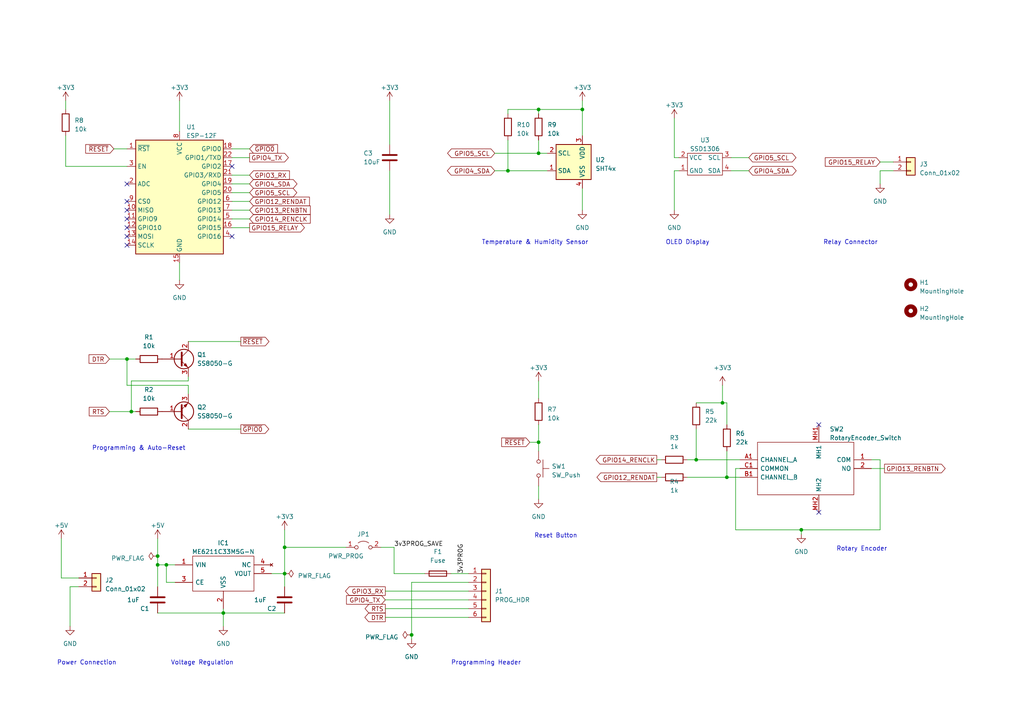
<source format=kicad_sch>
(kicad_sch (version 20230121) (generator eeschema)
  (paper "A4")
  (title_block (title "Thermostate Front Module") (date "2023-04-30") (rev "0.5") (company "chof.org"))
  (lib_symbols
    (symbol "Cho747 Displays:SSD1306"
      (property "Reference" "U" (at 0 0 0))
      (property "Value" "SSD1306" (at 0 0 0))
      (symbol "SSD1306_0_1"
        (rectangle (start -5.08 7.62) (end 5.08 1.27))
      )
      (symbol "SSD1306_1_1"
        (pin power_in line (at -7.62 2.54 0) (length 2.54) (name "GND") (number "1"))
        (pin power_in line (at -7.62 6.35 0) (length 2.54) (name "VCC") (number "2"))
        (pin passive line (at 7.62 6.35 180) (length 2.54) (name "SCL") (number "3"))
        (pin passive line (at 7.62 2.54 180) (length 2.54) (name "SDA") (number "4"))
      )
    )
    (symbol "Chof747 Controls:PEC12R-3120F-S0012" (pin_names (offset 0.762))
      (property "Reference" "U" (at 21.59 15.24 0))
      (property "Value" "PEC12R-3120F-S0012" (at 21.59 12.7 0))
      (symbol "PEC12R-3120F-S0012_0_0"
        (pin passive line (at 10.16 15.24 270) (length 5.08) (name "COM") (number "1"))
        (pin passive line (at 12.7 15.24 270) (length 5.08) (name "NO") (number "2"))
        (pin passive line (at 10.16 -22.86 90) (length 5.08) (name "CHANNEL_A") (number "A1"))
        (pin passive line (at 15.24 -22.86 90) (length 5.08) (name "CHANNEL_B") (number "B1"))
        (pin passive line (at 12.7 -22.86 90) (length 5.08) (name "COMMON") (number "C1"))
        (pin passive line (at 0 0 0) (length 5.08) (name "MH1") (number "MH1"))
        (pin passive line (at 25.4 0 180) (length 5.08) (name "MH2") (number "MH2"))
      )
      (symbol "PEC12R-3120F-S0012_0_1"
        (polyline (pts (xy 5.08 10.16) (xy 20.32 10.16) (xy 20.32 -17.78) (xy 5.08 -17.78) (xy 5.08 10.16)) (stroke (width 0.1524)))
      )
    )
    (symbol "Chof747 Voltage Regulators:ME6211C33M5G-N" (pin_names (offset 0.762))
      (property "Reference" "IC" (at 24.13 7.62 0))
      (property "Value" "ME6211C33M5G-N" (at 24.13 5.08 0))
      (symbol "ME6211C33M5G-N_0_0"
        (pin passive line (at 0 0 0) (length 5.08) (name "VIN") (number "1"))
        (pin passive line (at 13.97 -12.7 90) (length 5.08) (name "VSS") (number "2"))
        (pin passive line (at 0 -5.08 0) (length 5.08) (name "CE") (number "3"))
        (pin no_connect line (at 27.94 0 180) (length 5.08) (name "NC") (number "4"))
        (pin passive line (at 27.94 -2.54 180) (length 5.08) (name "VOUT") (number "5"))
      )
      (symbol "ME6211C33M5G-N_0_1"
        (polyline (pts (xy 5.08 2.54) (xy 22.86 2.54) (xy 22.86 -7.62) (xy 5.08 -7.62) (xy 5.08 2.54)) (stroke (width 0.1524)))
      )
    )
    (symbol "Connector_Generic:Conn_01x02" (pin_names (offset 1.016) hide)
      (property "Reference" "J" (at 0 2.54 0))
      (property "Value" "Conn_01x02" (at 0 -5.08 0))
      (symbol "Conn_01x02_1_1"
        (rectangle (start -1.27 -2.413) (end 0 -2.667) (stroke (width 0.1524)))
        (rectangle (start -1.27 0.127) (end 0 -0.127) (stroke (width 0.1524)))
        (rectangle (start -1.27 1.27) (end 1.27 -3.81) (stroke (width 0.254)) (fill (type background)))
        (pin passive line (at -5.08 0 0) (length 3.81) (name "Pin_1") (number "1"))
        (pin passive line (at -5.08 -2.54 0) (length 3.81) (name "Pin_2") (number "2"))
      )
    )
    (symbol "Connector_Generic:Conn_01x06" (pin_names (offset 1.016) hide)
      (property "Reference" "J" (at 0 7.62 0))
      (property "Value" "Conn_01x06" (at 0 -10.16 0))
      (symbol "Conn_01x06_1_1"
        (rectangle (start -1.27 -7.493) (end 0 -7.747) (stroke (width 0.1524)))
        (rectangle (start -1.27 -4.953) (end 0 -5.207) (stroke (width 0.1524)))
        (rectangle (start -1.27 -2.413) (end 0 -2.667) (stroke (width 0.1524)))
        (rectangle (start -1.27 0.127) (end 0 -0.127) (stroke (width 0.1524)))
        (rectangle (start -1.27 2.667) (end 0 2.413) (stroke (width 0.1524)))
        (rectangle (start -1.27 5.207) (end 0 4.953) (stroke (width 0.1524)))
        (rectangle (start -1.27 6.35) (end 1.27 -8.89) (stroke (width 0.254)) (fill (type background)))
        (pin passive line (at -5.08 5.08 0) (length 3.81) (name "Pin_1") (number "1"))
        (pin passive line (at -5.08 2.54 0) (length 3.81) (name "Pin_2") (number "2"))
        (pin passive line (at -5.08 0 0) (length 3.81) (name "Pin_3") (number "3"))
        (pin passive line (at -5.08 -2.54 0) (length 3.81) (name "Pin_4") (number "4"))
        (pin passive line (at -5.08 -5.08 0) (length 3.81) (name "Pin_5") (number "5"))
        (pin passive line (at -5.08 -7.62 0) (length 3.81) (name "Pin_6") (number "6"))
      )
    )
    (symbol "Device:C" (pin_numbers hide) (pin_names (offset 0.254))
      (property "Reference" "C" (at 0.635 2.54 0))
      (property "Value" "C" (at 0.635 -2.54 0))
      (symbol "C_0_1"
        (polyline (pts (xy -2.032 -0.762) (xy 2.032 -0.762)) (stroke (width 0.508)))
        (polyline (pts (xy -2.032 0.762) (xy 2.032 0.762)) (stroke (width 0.508)))
      )
      (symbol "C_1_1"
        (pin passive line (at 0 3.81 270) (length 2.794) (name "~") (number "1"))
        (pin passive line (at 0 -3.81 90) (length 2.794) (name "~") (number "2"))
      )
    )
    (symbol "Device:Fuse" (pin_numbers hide) (pin_names (offset 0))
      (property "Reference" "F" (at 2.032 0 90))
      (property "Value" "Fuse" (at -1.905 0 90))
      (symbol "Fuse_0_1"
        (rectangle (start -0.762 -2.54) (end 0.762 2.54) (stroke (width 0.254)))
        (polyline (pts (xy 0 2.54) (xy 0 -2.54)))
      )
      (symbol "Fuse_1_1"
        (pin passive line (at 0 3.81 270) (length 1.27) (name "~") (number "1"))
        (pin passive line (at 0 -3.81 90) (length 1.27) (name "~") (number "2"))
      )
    )
    (symbol "Device:Q_NPN_BCE" (pin_names (offset 0) hide)
      (property "Reference" "Q" (at 5.08 1.27 0))
      (property "Value" "Q_NPN_BCE" (at 5.08 -1.27 0))
      (symbol "Q_NPN_BCE_0_1"
        (polyline (pts (xy 0.635 0.635) (xy 2.54 2.54)))
        (polyline (pts (xy 0.635 -0.635) (xy 2.54 -2.54) (xy 2.54 -2.54)))
        (polyline (pts (xy 0.635 1.905) (xy 0.635 -1.905) (xy 0.635 -1.905)) (stroke (width 0.508)))
        (polyline (pts (xy 1.27 -1.778) (xy 1.778 -1.27) (xy 2.286 -2.286) (xy 1.27 -1.778) (xy 1.27 -1.778)) (fill (type outline)))
        (circle (center 1.27 0) (radius 2.8194) (stroke (width 0.254)))
      )
      (symbol "Q_NPN_BCE_1_1"
        (pin input line (at -5.08 0 0) (length 5.715) (name "B") (number "1"))
        (pin passive line (at 2.54 5.08 270) (length 2.54) (name "C") (number "2"))
        (pin passive line (at 2.54 -5.08 90) (length 2.54) (name "E") (number "3"))
      )
    )
    (symbol "Device:R" (pin_numbers hide) (pin_names (offset 0))
      (property "Reference" "R" (at 2.032 0 90))
      (property "Value" "R" (at 0 0 90))
      (symbol "R_0_1"
        (rectangle (start -1.016 -2.54) (end 1.016 2.54) (stroke (width 0.254)))
      )
      (symbol "R_1_1"
        (pin passive line (at 0 3.81 270) (length 1.27) (name "~") (number "1"))
        (pin passive line (at 0 -3.81 90) (length 1.27) (name "~") (number "2"))
      )
    )
    (symbol "Jumper:Jumper_2_Open" (pin_names (offset 0) hide)
      (property "Reference" "JP" (at 0 2.794 0))
      (property "Value" "Jumper_2_Open" (at 0 -2.286 0))
      (symbol "Jumper_2_Open_0_0"
        (circle (center -2.032 0) (radius 0.508))
        (circle (center 2.032 0) (radius 0.508))
      )
      (symbol "Jumper_2_Open_0_1"
        (arc (start 1.524 1.27) (mid 0 1.778) (end -1.524 1.27))
      )
      (symbol "Jumper_2_Open_1_1"
        (pin passive line (at -5.08 0 0) (length 2.54) (name "A") (number "1"))
        (pin passive line (at 5.08 0 180) (length 2.54) (name "B") (number "2"))
      )
    )
    (symbol "Mechanical:MountingHole" (pin_names (offset 1.016))
      (property "Reference" "H" (at 0 5.08 0))
      (property "Value" "MountingHole" (at 0 3.175 0))
      (symbol "MountingHole_0_1"
        (circle (center 0 0) (radius 1.27) (stroke (width 1.27)))
      )
    )
    (symbol "RF_Module:ESP-12F"
      (property "Reference" "U" (at -12.7 19.05 0))
      (property "Value" "ESP-12F" (at 12.7 19.05 0))
      (symbol "ESP-12F_0_1"
        (rectangle (start -12.7 17.78) (end 12.7 -15.24) (stroke (width 0.254)) (fill (type background)))
      )
      (symbol "ESP-12F_1_1"
        (pin input line (at -15.24 15.24 0) (length 2.54) (name "~{RST}") (number "1"))
        (pin bidirectional line (at -15.24 -2.54 0) (length 2.54) (name "MISO") (number "10"))
        (pin bidirectional line (at -15.24 -5.08 0) (length 2.54) (name "GPIO9") (number "11"))
        (pin bidirectional line (at -15.24 -7.62 0) (length 2.54) (name "GPIO10") (number "12"))
        (pin bidirectional line (at -15.24 -10.16 0) (length 2.54) (name "MOSI") (number "13"))
        (pin bidirectional line (at -15.24 -12.7 0) (length 2.54) (name "SCLK") (number "14"))
        (pin power_in line (at 0 -17.78 90) (length 2.54) (name "GND") (number "15"))
        (pin bidirectional line (at 15.24 -7.62 180) (length 2.54) (name "GPIO15") (number "16"))
        (pin bidirectional line (at 15.24 10.16 180) (length 2.54) (name "GPIO2") (number "17"))
        (pin bidirectional line (at 15.24 15.24 180) (length 2.54) (name "GPIO0") (number "18"))
        (pin bidirectional line (at 15.24 5.08 180) (length 2.54) (name "GPIO4") (number "19"))
        (pin input line (at -15.24 5.08 0) (length 2.54) (name "ADC") (number "2"))
        (pin bidirectional line (at 15.24 2.54 180) (length 2.54) (name "GPIO5") (number "20"))
        (pin bidirectional line (at 15.24 7.62 180) (length 2.54) (name "GPIO3/RXD") (number "21"))
        (pin bidirectional line (at 15.24 12.7 180) (length 2.54) (name "GPIO1/TXD") (number "22"))
        (pin input line (at -15.24 10.16 0) (length 2.54) (name "EN") (number "3"))
        (pin bidirectional line (at 15.24 -10.16 180) (length 2.54) (name "GPIO16") (number "4"))
        (pin bidirectional line (at 15.24 -5.08 180) (length 2.54) (name "GPIO14") (number "5"))
        (pin bidirectional line (at 15.24 0 180) (length 2.54) (name "GPIO12") (number "6"))
        (pin bidirectional line (at 15.24 -2.54 180) (length 2.54) (name "GPIO13") (number "7"))
        (pin power_in line (at 0 20.32 270) (length 2.54) (name "VCC") (number "8"))
        (pin input line (at -15.24 0 0) (length 2.54) (name "CS0") (number "9"))
      )
    )
    (symbol "Sensor_Humidity:SHT4x"
      (property "Reference" "U" (at 0 8.89 0))
      (property "Value" "SHT4x" (at 0 6.35 0))
      (symbol "SHT4x_1_1"
        (rectangle (start -5.08 5.08) (end 5.08 -5.08) (stroke (width 0.254)) (fill (type background)))
        (pin bidirectional line (at -7.62 -2.54 0) (length 2.54) (name "SDA") (number "1"))
        (pin input line (at -7.62 2.54 0) (length 2.54) (name "SCL") (number "2"))
        (pin power_in line (at 2.54 7.62 270) (length 2.54) (name "VDD") (number "3"))
        (pin power_in line (at 2.54 -7.62 90) (length 2.54) (name "VSS") (number "4"))
      )
    )
    (symbol "Switch:SW_Push" (pin_numbers hide) (pin_names (offset 1.016) hide)
      (property "Reference" "SW" (at 1.27 2.54 0))
      (property "Value" "SW_Push" (at 0 -1.524 0))
      (symbol "SW_Push_0_1"
        (circle (center -2.032 0) (radius 0.508))
        (polyline (pts (xy 0 1.27) (xy 0 3.048)))
        (polyline (pts (xy 2.54 1.27) (xy -2.54 1.27)))
        (circle (center 2.032 0) (radius 0.508))
        (pin passive line (at -5.08 0 0) (length 2.54) (name "1") (number "1"))
        (pin passive line (at 5.08 0 180) (length 2.54) (name "2") (number "2"))
      )
    )
    (symbol "power:+3V3" (power) (pin_names (offset 0))
      (property "Value" "+3V3" (at 0 3.556 0))
      (symbol "+3V3_0_1"
        (polyline (pts (xy -0.762 1.27) (xy 0 2.54)))
        (polyline (pts (xy 0 0) (xy 0 2.54)))
        (polyline (pts (xy 0 2.54) (xy 0.762 1.27)))
      )
      (symbol "+3V3_1_1"
        (pin power_in line (at 0 0 90) (length 0) hide (name "+3V3") (number "1"))
      )
    )
    (symbol "power:+5V" (power) (pin_names (offset 0))
      (property "Value" "+5V" (at 0 3.556 0))
      (symbol "+5V_0_1"
        (polyline (pts (xy -0.762 1.27) (xy 0 2.54)))
        (polyline (pts (xy 0 0) (xy 0 2.54)))
        (polyline (pts (xy 0 2.54) (xy 0.762 1.27)))
      )
      (symbol "+5V_1_1"
        (pin power_in line (at 0 0 90) (length 0) hide (name "+5V") (number "1"))
      )
    )
    (symbol "power:GND" (power) (pin_names (offset 0))
      (property "Value" "GND" (at 0 -3.81 0))
      (symbol "GND_0_1"
        (polyline (pts (xy 0 0) (xy 0 -1.27) (xy 1.27 -1.27) (xy 0 -2.54) (xy -1.27 -1.27) (xy 0 -1.27)))
      )
      (symbol "GND_1_1"
        (pin power_in line (at 0 0 270) (length 0) hide (name "GND") (number "1"))
      )
    )
    (symbol "power:PWR_FLAG" (power) (pin_numbers hide) (pin_names (offset 0) hide)
      (property "Value" "PWR_FLAG" (at 0 3.81 0))
      (symbol "PWR_FLAG_0_0"
        (pin power_out line (at 0 0 90) (length 0) (name "pwr") (number "1"))
      )
      (symbol "PWR_FLAG_0_1"
        (polyline (pts (xy 0 0) (xy 0 1.27) (xy -1.016 1.905) (xy 0 2.54) (xy 1.016 1.905) (xy 0 1.27)))
      )
    )
  )
  (junction (at 156.21 44.45))
  (junction (at 210.82 138.43))
  (junction (at 38.1 119.38))
  (junction (at 82.55 166.37))
  (junction (at 232.41 153.67))
  (junction (at 209.55 116.84))
  (junction (at 168.91 31.75))
  (junction (at 36.83 104.14))
  (junction (at 147.32 49.53))
  (junction (at 119.38 184.15))
  (junction (at 64.77 177.8))
  (junction (at 48.26 163.83))
  (junction (at 156.21 31.75))
  (junction (at 156.21 128.27))
  (junction (at 45.72 163.83))
  (junction (at 201.93 133.35))
  (junction (at 45.72 161.29))
  (junction (at 82.55 158.75))
  (no_connect (at 36.83 53.34))
  (no_connect (at 67.31 68.58))
  (no_connect (at 237.49 123.19))
  (no_connect (at 36.83 71.12))
  (no_connect (at 36.83 58.42))
  (no_connect (at 36.83 68.58))
  (no_connect (at 237.49 148.59))
  (no_connect (at 67.31 48.26))
  (no_connect (at 36.83 63.5))
  (no_connect (at 36.83 66.04))
  (no_connect (at 36.83 60.96))
  (wire (pts (xy 259.08 49.53) (xy 255.27 49.53)))
  (wire (pts (xy 19.05 31.75) (xy 19.05 29.21)))
  (wire (pts (xy 156.21 110.49) (xy 156.21 115.57)))
  (wire (pts (xy 82.55 166.37) (xy 82.55 170.18)))
  (wire (pts (xy 156.21 40.64) (xy 156.21 44.45)))
  (wire (pts (xy 195.58 45.72) (xy 195.58 34.29)))
  (wire (pts (xy 196.85 45.72) (xy 195.58 45.72)))
  (wire (pts (xy 147.32 40.64) (xy 147.32 49.53)))
  (wire (pts (xy 147.32 31.75) (xy 147.32 33.02)))
  (wire (pts (xy 213.36 153.67) (xy 232.41 153.67)))
  (wire (pts (xy 114.3 158.75) (xy 114.3 166.37)))
  (wire (pts (xy 38.1 110.49) (xy 54.61 110.49)))
  (wire (pts (xy 64.77 176.53) (xy 64.77 177.8)))
  (wire (pts (xy 36.83 111.76) (xy 54.61 111.76)))
  (wire (pts (xy 232.41 154.94) (xy 232.41 153.67)))
  (wire (pts (xy 67.31 43.18) (xy 72.39 43.18)))
  (wire (pts (xy 111.76 176.53) (xy 135.89 176.53)))
  (wire (pts (xy 38.1 110.49) (xy 38.1 119.38)))
  (wire (pts (xy 67.31 55.88) (xy 72.39 55.88)))
  (wire (pts (xy 48.26 168.91) (xy 48.26 163.83)))
  (wire (pts (xy 210.82 130.81) (xy 210.82 138.43)))
  (wire (pts (xy 147.32 49.53) (xy 158.75 49.53)))
  (wire (pts (xy 190.5 133.35) (xy 191.77 133.35)))
  (wire (pts (xy 210.82 138.43) (xy 214.63 138.43)))
  (wire (pts (xy 78.74 166.37) (xy 82.55 166.37)))
  (wire (pts (xy 119.38 168.91) (xy 119.38 184.15)))
  (wire (pts (xy 156.21 44.45) (xy 158.75 44.45)))
  (wire (pts (xy 33.02 43.18) (xy 36.83 43.18)))
  (wire (pts (xy 212.09 49.53) (xy 217.17 49.53)))
  (wire (pts (xy 255.27 46.99) (xy 259.08 46.99)))
  (wire (pts (xy 156.21 31.75) (xy 147.32 31.75)))
  (wire (pts (xy 210.82 116.84) (xy 209.55 116.84)))
  (wire (pts (xy 114.3 166.37) (xy 123.19 166.37)))
  (wire (pts (xy 67.31 66.04) (xy 72.39 66.04)))
  (wire (pts (xy 143.51 49.53) (xy 147.32 49.53)))
  (wire (pts (xy 67.31 63.5) (xy 72.39 63.5)))
  (wire (pts (xy 252.73 133.35) (xy 255.27 133.35)))
  (wire (pts (xy 143.51 44.45) (xy 156.21 44.45)))
  (wire (pts (xy 111.76 171.45) (xy 135.89 171.45)))
  (wire (pts (xy 19.05 39.37) (xy 19.05 48.26)))
  (wire (pts (xy 54.61 99.06) (xy 69.85 99.06)))
  (wire (pts (xy 54.61 111.76) (xy 54.61 114.3)))
  (wire (pts (xy 214.63 135.89) (xy 213.36 135.89)))
  (wire (pts (xy 45.72 163.83) (xy 48.26 163.83)))
  (wire (pts (xy 31.75 104.14) (xy 36.83 104.14)))
  (wire (pts (xy 48.26 163.83) (xy 50.8 163.83)))
  (wire (pts (xy 111.76 179.07) (xy 135.89 179.07)))
  (wire (pts (xy 156.21 128.27) (xy 156.21 130.81)))
  (wire (pts (xy 19.05 48.26) (xy 36.83 48.26)))
  (wire (pts (xy 190.5 138.43) (xy 191.77 138.43)))
  (wire (pts (xy 168.91 29.21) (xy 168.91 31.75)))
  (wire (pts (xy 22.86 170.18) (xy 20.32 170.18)))
  (wire (pts (xy 130.81 166.37) (xy 135.89 166.37)))
  (wire (pts (xy 52.07 29.21) (xy 52.07 38.1)))
  (wire (pts (xy 17.78 167.64) (xy 22.86 167.64)))
  (wire (pts (xy 199.39 133.35) (xy 201.93 133.35)))
  (wire (pts (xy 213.36 135.89) (xy 213.36 153.67)))
  (wire (pts (xy 45.72 177.8) (xy 64.77 177.8)))
  (wire (pts (xy 252.73 135.89) (xy 256.54 135.89)))
  (wire (pts (xy 209.55 111.76) (xy 209.55 116.84)))
  (wire (pts (xy 67.31 53.34) (xy 72.39 53.34)))
  (wire (pts (xy 52.07 76.2) (xy 52.07 81.28)))
  (wire (pts (xy 36.83 104.14) (xy 36.83 111.76)))
  (wire (pts (xy 199.39 138.43) (xy 210.82 138.43)))
  (wire (pts (xy 67.31 50.8) (xy 72.39 50.8)))
  (wire (pts (xy 195.58 49.53) (xy 195.58 60.96)))
  (wire (pts (xy 255.27 153.67) (xy 255.27 133.35)))
  (wire (pts (xy 31.75 119.38) (xy 38.1 119.38)))
  (wire (pts (xy 67.31 60.96) (xy 72.39 60.96)))
  (wire (pts (xy 201.93 133.35) (xy 214.63 133.35)))
  (wire (pts (xy 82.55 158.75) (xy 82.55 166.37)))
  (wire (pts (xy 54.61 109.22) (xy 54.61 110.49)))
  (wire (pts (xy 111.76 173.99) (xy 135.89 173.99)))
  (wire (pts (xy 45.72 156.21) (xy 45.72 161.29)))
  (wire (pts (xy 255.27 49.53) (xy 255.27 53.34)))
  (wire (pts (xy 36.83 104.14) (xy 39.37 104.14)))
  (wire (pts (xy 201.93 124.46) (xy 201.93 133.35)))
  (wire (pts (xy 50.8 168.91) (xy 48.26 168.91)))
  (wire (pts (xy 156.21 31.75) (xy 156.21 33.02)))
  (wire (pts (xy 113.03 49.53) (xy 113.03 62.23)))
  (wire (pts (xy 168.91 54.61) (xy 168.91 60.96)))
  (wire (pts (xy 54.61 124.46) (xy 69.85 124.46)))
  (wire (pts (xy 156.21 140.97) (xy 156.21 144.78)))
  (wire (pts (xy 255.27 153.67) (xy 232.41 153.67)))
  (wire (pts (xy 153.67 128.27) (xy 156.21 128.27)))
  (wire (pts (xy 196.85 49.53) (xy 195.58 49.53)))
  (wire (pts (xy 45.72 163.83) (xy 45.72 170.18)))
  (wire (pts (xy 64.77 177.8) (xy 64.77 181.61)))
  (wire (pts (xy 156.21 123.19) (xy 156.21 128.27)))
  (wire (pts (xy 67.31 45.72) (xy 72.39 45.72)))
  (wire (pts (xy 119.38 184.15) (xy 119.38 185.42)))
  (wire (pts (xy 82.55 153.67) (xy 82.55 158.75)))
  (wire (pts (xy 20.32 170.18) (xy 20.32 181.61)))
  (wire (pts (xy 168.91 31.75) (xy 168.91 39.37)))
  (wire (pts (xy 82.55 158.75) (xy 100.33 158.75)))
  (wire (pts (xy 168.91 31.75) (xy 156.21 31.75)))
  (wire (pts (xy 38.1 119.38) (xy 39.37 119.38)))
  (wire (pts (xy 210.82 123.19) (xy 210.82 116.84)))
  (wire (pts (xy 45.72 161.29) (xy 45.72 163.83)))
  (wire (pts (xy 113.03 29.21) (xy 113.03 41.91)))
  (wire (pts (xy 119.38 168.91) (xy 135.89 168.91)))
  (wire (pts (xy 114.3 158.75) (xy 110.49 158.75)))
  (wire (pts (xy 212.09 45.72) (xy 217.17 45.72)))
  (wire (pts (xy 17.78 156.21) (xy 17.78 167.64)))
  (wire (pts (xy 64.77 177.8) (xy 82.55 177.8)))
  (wire (pts (xy 67.31 58.42) (xy 72.39 58.42)))
  (wire (pts (xy 209.55 116.84) (xy 201.93 116.84)))
  (text "Temperature & Humidity Sensor" (at 139.7 71.12 0) (effects (font (size 1.27 1.27)) (justify left bottom)))
  (text "Voltage Regulation" (at 49.53 193.04 0) (effects (font (size 1.27 1.27)) (justify left bottom)))
  (text "Programming Header" (at 130.81 193.04 0) (effects (font (size 1.27 1.27)) (justify left bottom)))
  (text "OLED Display" (at 193.04 71.12 0) (effects (font (size 1.27 1.27)) (justify left bottom)))
  (text "Power Connection" (at 16.51 193.04 0) (effects (font (size 1.27 1.27)) (justify left bottom)))
  (text "Reset Button" (at 154.94 156.21 0) (effects (font (size 1.27 1.27)) (justify left bottom)))
  (text "Rotary Encoder" (at 242.57 160.02 0) (effects (font (size 1.27 1.27)) (justify left bottom)))
  (text "Programming & Auto-Reset" (at 26.67 130.81 0) (effects (font (size 1.27 1.27)) (justify left bottom)))
  (text "Relay Connector" (at 238.76 71.12 0) (effects (font (size 1.27 1.27)) (justify left bottom)))
  (label "3v3PROG_SAVE" (at 114.3 158.75 0))
  (label "3v3PROG" (at 134.62 166.37 90))
  (global_label "~{RESET}" (shape input) (at 33.02 43.18 180) (property "Intersheetrefs" "${INTERSHEET_REFS}" (effects hide)))
  (global_label "~{RESET}" (shape input) (at 153.67 128.27 180) (property "Intersheetrefs" "${INTERSHEET_REFS}" (effects hide)))
  (global_label "RTS" (shape input) (at 31.75 119.38 180) (property "Intersheetrefs" "${INTERSHEET_REFS}" (effects hide)))
  (global_label "DTR" (shape input) (at 31.75 104.14 180) (property "Intersheetrefs" "${INTERSHEET_REFS}" (effects hide)))
  (global_label "GPIO14_RENCLK" (shape output) (at 190.5 133.35 180) (property "Intersheetrefs" "${INTERSHEET_REFS}" (effects hide)))
  (global_label "GPIO13_RENBTN" (shape input) (at 72.39 60.96 0) (property "Intersheetrefs" "${INTERSHEET_REFS}" (effects hide)))
  (global_label "~{RESET}" (shape output) (at 69.85 99.06 0) (property "Intersheetrefs" "${INTERSHEET_REFS}" (effects hide)))
  (global_label "DTR" (shape output) (at 111.76 179.07 180) (property "Intersheetrefs" "${INTERSHEET_REFS}" (effects hide)))
  (global_label "GPIO4_SDA" (shape bidirectional) (at 72.39 53.34 0) (property "Intersheetrefs" "${INTERSHEET_REFS}" (effects hide)))
  (global_label "~{GPIO0}" (shape output) (at 69.85 124.46 0) (property "Intersheetrefs" "${INTERSHEET_REFS}" (effects hide)))
  (global_label "GPIO4_SDA" (shape bidirectional) (at 143.51 49.53 180) (property "Intersheetrefs" "${INTERSHEET_REFS}" (effects hide)))
  (global_label "GPIO3_RX" (shape output) (at 111.76 171.45 180) (property "Intersheetrefs" "${INTERSHEET_REFS}" (effects hide)))
  (global_label "~{GPIO0}" (shape input) (at 72.39 43.18 0) (property "Intersheetrefs" "${INTERSHEET_REFS}" (effects hide)))
  (global_label "GPIO3_RX" (shape input) (at 72.39 50.8 0) (property "Intersheetrefs" "${INTERSHEET_REFS}" (effects hide)))
  (global_label "GPIO4_TX" (shape input) (at 111.76 173.99 180) (property "Intersheetrefs" "${INTERSHEET_REFS}" (effects hide)))
  (global_label "GPIO4_TX" (shape output) (at 72.39 45.72 0) (property "Intersheetrefs" "${INTERSHEET_REFS}" (effects hide)))
  (global_label "GPIO4_SDA" (shape bidirectional) (at 217.17 49.53 0) (property "Intersheetrefs" "${INTERSHEET_REFS}" (effects hide)))
  (global_label "GPIO14_RENCLK" (shape input) (at 72.39 63.5 0) (property "Intersheetrefs" "${INTERSHEET_REFS}" (effects hide)))
  (global_label "GPIO15_RELAY" (shape output) (at 72.39 66.04 0) (property "Intersheetrefs" "${INTERSHEET_REFS}" (effects hide)))
  (global_label "GPIO13_RENBTN" (shape output) (at 256.54 135.89 0) (property "Intersheetrefs" "${INTERSHEET_REFS}" (effects hide)))
  (global_label "RTS" (shape output) (at 111.76 176.53 180) (property "Intersheetrefs" "${INTERSHEET_REFS}" (effects hide)))
  (global_label "GPIO5_SCL" (shape bidirectional) (at 217.17 45.72 0) (property "Intersheetrefs" "${INTERSHEET_REFS}" (effects hide)))
  (global_label "GPIO12_RENDAT" (shape input) (at 72.39 58.42 0) (property "Intersheetrefs" "${INTERSHEET_REFS}" (effects hide)))
  (global_label "GPIO5_SCL" (shape bidirectional) (at 143.51 44.45 180) (property "Intersheetrefs" "${INTERSHEET_REFS}" (effects hide)))
  (global_label "GPIO15_RELAY" (shape input) (at 255.27 46.99 180) (property "Intersheetrefs" "${INTERSHEET_REFS}" (effects hide)))
  (global_label "GPIO5_SCL" (shape bidirectional) (at 72.39 55.88 0) (property "Intersheetrefs" "${INTERSHEET_REFS}" (effects hide)))
  (global_label "GPIO12_RENDAT" (shape output) (at 190.5 138.43 180) (property "Intersheetrefs" "${INTERSHEET_REFS}" (effects hide)))
  (symbol (lib_id "Cho747 Displays:SSD1306") (at 204.47 52.07 0) (unit 1)
    (property "Reference" "U3" (at 204.47 40.64 0))
    (property "Value" "SSD1306" (at 204.47 43.18 0))
    (property "Footprint" "Chof747 Footprints:AZ Delivery SS1306 OLED" (effects hide))
  )
  (symbol (lib_id "Connector_Generic:Conn_01x06") (at 140.97 171.45 0) (unit 1)
    (property "Reference" "J1" (at 143.51 171.4499 0) (effects (justify left)))
    (property "Value" "PROG_HDR" (at 143.51 173.9899 0) (effects (justify left)))
    (property "Footprint" "Connector_PinHeader_2.54mm:PinHeader_1x06_P2.54mm_Vertical" (effects hide))
  )
  (symbol (lib_id "power:GND") (at 64.77 181.61 0) (unit 1)
    (property "Reference" "#PWR09" (effects hide))
    (property "Value" "GND" (at 64.77 186.69 0))
  )
  (symbol (lib_id "Device:R") (at 147.32 36.83 0) (unit 1)
    (property "Reference" "R10" (at 149.86 36.195 0) (effects (justify left)))
    (property "Value" "10k" (at 149.86 38.735 0) (effects (justify left)))
    (property "Footprint" "Resistor_SMD:R_0603_1608Metric_Pad0.98x0.95mm_HandSolder" (effects hide))
  )
  (symbol (lib_id "power:PWR_FLAG") (at 82.55 166.37 270) (unit 1)
    (property "Reference" "#FLG01" (effects hide))
    (property "Value" "PWR_FLAG" (at 86.36 167.005 90) (effects (justify left)))
  )
  (symbol (lib_id "power:PWR_FLAG") (at 45.72 161.29 90) (unit 1)
    (property "Reference" "#FLG03" (effects hide))
    (property "Value" "PWR_FLAG" (at 41.91 161.925 90) (effects (justify left)))
  )
  (symbol (lib_id "power:PWR_FLAG") (at 119.38 184.15 90) (unit 1)
    (property "Reference" "#FLG02" (effects hide))
    (property "Value" "PWR_FLAG" (at 115.57 184.785 90) (effects (justify left)))
  )
  (symbol (lib_id "power:+3V3") (at 113.03 29.21 0) (unit 1)
    (property "Reference" "#PWR016" (effects hide))
    (property "Value" "+3V3" (at 113.03 25.4 0))
  )
  (symbol (lib_id "power:+3V3") (at 82.55 153.67 0) (unit 1)
    (property "Reference" "#PWR01" (effects hide))
    (property "Value" "+3V3" (at 82.55 149.86 0))
  )
  (symbol (lib_id "Device:C") (at 45.72 173.99 0) (unit 1)
    (property "Reference" "C1" (at 40.64 176.53 0) (effects (justify left)))
    (property "Value" "1uF" (at 36.83 173.99 0) (effects (justify left)))
    (property "Footprint" "Capacitor_SMD:C_0603_1608Metric_Pad1.08x0.95mm_HandSolder" (effects hide))
  )
  (symbol (lib_id "power:+3V3") (at 19.05 29.21 0) (unit 1)
    (property "Reference" "#PWR013" (effects hide))
    (property "Value" "+3V3" (at 19.05 25.4 0))
  )
  (symbol (lib_id "power:+5V") (at 45.72 156.21 0) (unit 1)
    (property "Reference" "#PWR010" (effects hide))
    (property "Value" "+5V" (at 45.72 152.4 0))
  )
  (symbol (lib_id "Device:R") (at 43.18 119.38 90) (unit 1)
    (property "Reference" "R2" (at 43.18 113.03 90))
    (property "Value" "10k" (at 43.18 115.57 90))
    (property "Footprint" "Resistor_SMD:R_0603_1608Metric_Pad0.98x0.95mm_HandSolder" (effects hide))
  )
  (symbol (lib_id "Mechanical:MountingHole") (at 264.16 82.55 0) (unit 1)
    (property "Reference" "H1" (at 266.7 81.915 0) (effects (justify left)))
    (property "Value" "MountingHole" (at 266.7 84.455 0) (effects (justify left)))
    (property "Footprint" "MountingHole:MountingHole_3.2mm_M3" (effects hide))
  )
  (symbol (lib_id "RF_Module:ESP-12F") (at 52.07 58.42 0) (unit 1)
    (property "Reference" "U1" (at 54.0259 36.83 0) (effects (justify left)))
    (property "Value" "ESP-12F" (at 54.0259 39.37 0) (effects (justify left)))
    (property "Footprint" "RF_Module:ESP-12E" (effects hide))
    (property "Datasheet" "http://wiki.ai-thinker.com/_media/esp8266/esp8266_series_modules_user_manual_v1.1.pdf" (effects hide))
  )
  (symbol (lib_id "power:GND") (at 255.27 53.34 0) (unit 1)
    (property "Reference" "#PWR019" (effects hide))
    (property "Value" "GND" (at 255.27 58.42 0))
  )
  (symbol (lib_id "power:GND") (at 20.32 181.61 0) (unit 1)
    (property "Reference" "#PWR018" (effects hide))
    (property "Value" "GND" (at 20.32 186.69 0))
  )
  (symbol (lib_id "Device:R") (at 201.93 120.65 180) (unit 1)
    (property "Reference" "R5" (at 204.47 119.3799 0) (effects (justify right)))
    (property "Value" "22k" (at 204.47 121.9199 0) (effects (justify right)))
    (property "Footprint" "Resistor_SMD:R_0603_1608Metric_Pad0.98x0.95mm_HandSolder" (effects hide))
  )
  (symbol (lib_id "power:GND") (at 195.58 60.96 0) (unit 1)
    (property "Reference" "#PWR015" (effects hide))
    (property "Value" "GND" (at 195.58 66.04 0))
  )
  (symbol (lib_id "Chof747 Controls:PEC12R-3120F-S0012") (at 237.49 123.19 270) (unit 1)
    (property "Reference" "SW2" (at 240.6397 124.46 90) (effects (justify left)))
    (property "Value" "RotaryEncoder_Switch" (at 240.6397 127 90) (effects (justify left)))
    (property "Footprint" "PEC12R3120FS0012" (effects hide))
    (property "Datasheet" "https://www.arrow.com/en/products/pec12r-3120f-s0012/bourns" (effects hide))
    (property "Description" "Mechanical Encoder Rotary Incremental Flat 0.007N.m Straight Quadrature Digital Square Wave 12PPR Through Hole PC Pin" (effects hide))
    (property "Height" "20.5" (effects hide))
    (property "Manufacturer_Name" "Bourns" (effects hide))
    (property "Manufacturer_Part_Number" "PEC12R-3120F-S0012" (effects hide))
    (property "Mouser Part Number" "652-PEC12R3120FS0012" (effects hide))
    (property "Mouser Price/Stock" "https://www.mouser.co.uk/ProductDetail/Bourns/PEC12R-3120F-S0012?qs=pxDZlBjcsCjFUuSVctIWgw%3D%3D" (effects hide))
    (property "Arrow Part Number" "PEC12R-3120F-S0012" (effects hide))
    (property "Arrow Price/Stock" "https://www.arrow.com/en/products/pec12r-3120f-s0012/bourns?region=nac" (effects hide))
  )
  (symbol (lib_id "Jumper:Jumper_2_Open") (at 105.41 158.75 0) (unit 1)
    (property "Reference" "JP1" (at 105.41 154.94 0))
    (property "Value" "PWR_PROG" (at 100.33 161.29 0))
    (property "Footprint" "Connector_PinHeader_2.54mm:PinHeader_1x02_P2.54mm_Vertical" (effects hide))
  )
  (symbol (lib_id "Device:R") (at 195.58 138.43 90) (unit 1)
    (property "Reference" "R4" (at 195.58 139.7 90))
    (property "Value" "1k" (at 195.58 142.24 90))
    (property "Footprint" "Resistor_SMD:R_0603_1608Metric_Pad0.98x0.95mm_HandSolder" (effects hide))
  )
  (symbol (lib_id "Device:R") (at 156.21 119.38 0) (unit 1)
    (property "Reference" "R7" (at 158.75 118.745 0) (effects (justify left)))
    (property "Value" "10k" (at 158.75 121.285 0) (effects (justify left)))
    (property "Footprint" "Resistor_SMD:R_0603_1608Metric_Pad0.98x0.95mm_HandSolder" (effects hide))
  )
  (symbol (lib_id "power:GND") (at 232.41 154.94 0) (unit 1)
    (property "Reference" "#PWR04" (effects hide))
    (property "Value" "GND" (at 232.41 160.02 0))
  )
  (symbol (lib_id "Device:C") (at 82.55 173.99 0) (unit 1)
    (property "Reference" "C2" (at 77.47 176.53 0) (effects (justify left)))
    (property "Value" "1uF" (at 73.66 173.99 0) (effects (justify left)))
    (property "Footprint" "Capacitor_SMD:C_0603_1608Metric_Pad1.08x0.95mm_HandSolder" (effects hide))
  )
  (symbol (lib_id "power:GND") (at 168.91 60.96 0) (unit 1)
    (property "Reference" "#PWR07" (effects hide))
    (property "Value" "GND" (at 168.91 66.04 0))
  )
  (symbol (lib_id "power:+3V3") (at 52.07 29.21 0) (unit 1)
    (property "Reference" "#PWR06" (effects hide))
    (property "Value" "+3V3" (at 52.07 25.4 0))
  )
  (symbol (lib_id "power:GND") (at 119.38 185.42 0) (unit 1)
    (property "Reference" "#PWR02" (effects hide))
    (property "Value" "GND" (at 119.38 190.5 0))
  )
  (symbol (lib_id "Chof747 Voltage Regulators:ME6211C33M5G-N") (at 50.8 163.83 0) (unit 1)
    (property "Reference" "IC1" (at 64.77 157.48 0))
    (property "Value" "ME6211C33M5G-N" (at 64.77 160.02 0))
    (property "Footprint" "SOT95P270X145-5N" (effects hide))
    (property "Datasheet" "https://datasheet.lcsc.com/szlcsc/1811131510_MICRONE-Nanjing-Micro-One-Elec-ME6211C33M5G-N_C82942.pdf" (effects hide))
    (property "Description" "Fixed 6V 3.3V 500mA SOT-23-5 Low Dropout Regulators(LDO) RoHS" (effects hide))
    (property "Height" "1.45" (effects hide))
    (property "Manufacturer_Name" "Microne" (effects hide))
    (property "Manufacturer_Part_Number" "ME6211C33M5G-N" (effects hide))
  )
  (symbol (lib_id "power:+3V3") (at 209.55 111.76 0) (unit 1)
    (property "Reference" "#PWR03" (effects hide))
    (property "Value" "+3V3" (at 209.55 106.68 0))
  )
  (symbol (lib_id "power:+5V") (at 17.78 156.21 0) (unit 1)
    (property "Reference" "#PWR017" (effects hide))
    (property "Value" "+5V" (at 17.78 152.4 0))
  )
  (symbol (lib_id "Switch:SW_Push") (at 156.21 135.89 270) (unit 1)
    (property "Reference" "SW1" (at 160.02 135.255 90) (effects (justify left)))
    (property "Value" "SW_Push" (at 160.02 137.795 90) (effects (justify left)))
    (property "Footprint" "Button_Switch_THT:SW_PUSH_6mm" (effects hide))
  )
  (symbol (lib_id "Sensor_Humidity:SHT4x") (at 166.37 46.99 0) (unit 1)
    (property "Reference" "U2" (at 172.72 46.355 0) (effects (justify left)))
    (property "Value" "SHT4x" (at 172.72 48.895 0) (effects (justify left)))
    (property "Footprint" "Sensor_Humidity:Sensirion_DFN-4_1.5x1.5mm_P0.8mm_SHT4x_NoCentralPad" (effects hide))
    (property "Datasheet" "https://sensirion.com/media/documents/33FD6951/624C4357/Datasheet_SHT4x.pdf" (effects hide))
  )
  (symbol (lib_id "Device:R") (at 19.05 35.56 0) (unit 1)
    (property "Reference" "R8" (at 21.59 34.925 0) (effects (justify left)))
    (property "Value" "10k" (at 21.59 37.465 0) (effects (justify left)))
    (property "Footprint" "Resistor_SMD:R_0603_1608Metric_Pad0.98x0.95mm_HandSolder" (effects hide))
  )
  (symbol (lib_id "Device:R") (at 156.21 36.83 0) (unit 1)
    (property "Reference" "R9" (at 158.75 36.195 0) (effects (justify left)))
    (property "Value" "10k" (at 158.75 38.735 0) (effects (justify left)))
    (property "Footprint" "Resistor_SMD:R_0603_1608Metric_Pad0.98x0.95mm_HandSolder" (effects hide))
  )
  (symbol (lib_id "Device:R") (at 43.18 104.14 90) (unit 1)
    (property "Reference" "R1" (at 43.18 97.79 90))
    (property "Value" "10k" (at 43.18 100.33 90))
    (property "Footprint" "Resistor_SMD:R_0603_1608Metric_Pad0.98x0.95mm_HandSolder" (effects hide))
  )
  (symbol (lib_id "Connector_Generic:Conn_01x02") (at 27.94 167.64 0) (unit 1)
    (property "Reference" "J2" (at 30.48 168.275 0) (effects (justify left)))
    (property "Value" "Conn_01x02" (at 30.48 170.815 0) (effects (justify left)))
    (property "Footprint" "Connector_PinHeader_2.54mm:PinHeader_1x02_P2.54mm_Vertical" (effects hide))
  )
  (symbol (lib_id "Device:C") (at 113.03 45.72 0) (unit 1)
    (property "Reference" "C3" (at 105.41 44.45 0) (effects (justify left)))
    (property "Value" "10uF" (at 105.41 46.99 0) (effects (justify left)))
    (property "Footprint" "Capacitor_SMD:C_0603_1608Metric_Pad1.08x0.95mm_HandSolder" (effects hide))
  )
  (symbol (lib_id "Device:Q_NPN_BCE") (at 52.07 104.14 0) (unit 1)
    (property "Reference" "Q1" (at 57.15 102.8699 0) (effects (justify left)))
    (property "Value" "SS8050-G" (at 57.15 105.4099 0) (effects (justify left)))
    (property "Footprint" "Package_TO_SOT_SMD:SOT-23" (effects hide))
  )
  (symbol (lib_id "power:GND") (at 113.03 62.23 0) (unit 1)
    (property "Reference" "#PWR020" (effects hide))
    (property "Value" "GND" (at 113.03 67.31 0))
  )
  (symbol (lib_id "Device:R") (at 195.58 133.35 90) (unit 1)
    (property "Reference" "R3" (at 195.58 127 90))
    (property "Value" "1k" (at 195.58 129.54 90))
    (property "Footprint" "Resistor_SMD:R_0603_1608Metric_Pad0.98x0.95mm_HandSolder" (effects hide))
  )
  (symbol (lib_id "Mechanical:MountingHole") (at 264.16 90.17 0) (unit 1)
    (property "Reference" "H2" (at 266.7 89.535 0) (effects (justify left)))
    (property "Value" "MountingHole" (at 266.7 92.075 0) (effects (justify left)))
    (property "Footprint" "MountingHole:MountingHole_3.2mm_M3" (effects hide))
  )
  (symbol (lib_id "Device:R") (at 210.82 127 180) (unit 1)
    (property "Reference" "R6" (at 213.36 125.7299 0) (effects (justify right)))
    (property "Value" "22k" (at 213.36 128.2699 0) (effects (justify right)))
    (property "Footprint" "Resistor_SMD:R_0603_1608Metric_Pad0.98x0.95mm_HandSolder" (effects hide))
  )
  (symbol (lib_id "power:+3V3") (at 156.21 110.49 0) (unit 1)
    (property "Reference" "#PWR012" (effects hide))
    (property "Value" "+3V3" (at 156.21 106.68 0))
  )
  (symbol (lib_id "Device:Fuse") (at 127 166.37 90) (unit 1)
    (property "Reference" "F1" (at 127 160.02 90))
    (property "Value" "Fuse" (at 127 162.56 90))
    (property "Footprint" "Fuse:Fuse_1206_3216Metric_Pad1.42x1.75mm_HandSolder" (effects hide))
  )
  (symbol (lib_id "Connector_Generic:Conn_01x02") (at 264.16 46.99 0) (unit 1)
    (property "Reference" "J3" (at 266.7 47.625 0) (effects (justify left)))
    (property "Value" "Conn_01x02" (at 266.7 50.165 0) (effects (justify left)))
    (property "Footprint" "Connector_PinHeader_2.54mm:PinHeader_1x02_P2.54mm_Vertical" (effects hide))
  )
  (symbol (lib_id "power:+3V3") (at 195.58 34.29 0) (unit 1)
    (property "Reference" "#PWR014" (effects hide))
    (property "Value" "+3V3" (at 195.58 30.48 0))
  )
  (symbol (lib_id "power:GND") (at 156.21 144.78 0) (unit 1)
    (property "Reference" "#PWR011" (effects hide))
    (property "Value" "GND" (at 156.21 149.86 0))
  )
  (symbol (lib_id "Device:Q_NPN_BCE") (at 52.07 119.38 0) (mirror x) (unit 1)
    (property "Reference" "Q2" (at 57.15 118.1099 0) (effects (justify left)))
    (property "Value" "SS8050-G" (at 57.15 120.6499 0) (effects (justify left)))
    (property "Footprint" "Package_TO_SOT_SMD:SOT-23" (effects hide))
  )
  (symbol (lib_id "power:GND") (at 52.07 81.28 0) (unit 1)
    (property "Reference" "#PWR08" (effects hide))
    (property "Value" "GND" (at 52.07 86.36 0))
  )
  (symbol (lib_id "power:+3V3") (at 168.91 29.21 0) (unit 1)
    (property "Reference" "#PWR05" (effects hide))
    (property "Value" "+3V3" (at 168.91 25.4 0))
  )
)
</source>
